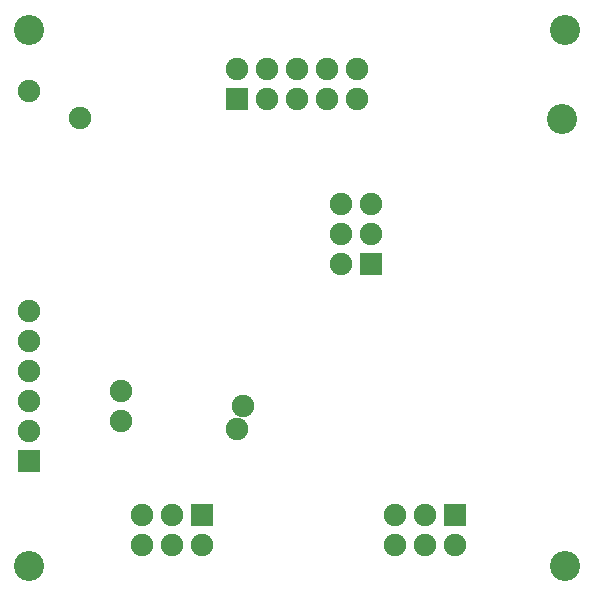
<source format=gbs>
G04 DipTrace 3.0.0.1*
G04 drive-encoder-steven-version2.GBS*
%MOIN*%
G04 #@! TF.FileFunction,Soldermask,Bot*
G04 #@! TF.Part,Single*
%ADD33C,0.1004*%
%ADD51C,0.074929*%
%ADD53R,0.074929X0.074929*%
%FSLAX26Y26*%
G04*
G70*
G90*
G75*
G01*
G04 BotMask*
%LPD*%
D33*
X475251Y2262751D3*
X2262751Y2262749D3*
Y475251D3*
X475251D3*
D53*
X475238Y825257D3*
D51*
Y925257D3*
Y1025257D3*
Y1125257D3*
Y1225257D3*
Y1325257D3*
D53*
X1050587Y644045D3*
D51*
Y544045D3*
X950587Y644045D3*
Y544045D3*
X850587Y644045D3*
Y544045D3*
D53*
X1894425Y644045D3*
D51*
Y544045D3*
X1794425Y644045D3*
Y544045D3*
X1694425Y644045D3*
Y544045D3*
D53*
X1613089Y1481597D3*
D51*
X1513089D3*
X1613089Y1581597D3*
X1513089D3*
X1613089Y1681597D3*
X1513089D3*
D53*
X1169000Y2031503D3*
D51*
Y2131503D3*
X1269000Y2031503D3*
Y2131503D3*
X1369000Y2031503D3*
Y2131503D3*
X1469000Y2031503D3*
Y2131503D3*
X1569000Y2031503D3*
Y2131503D3*
X781808Y1056588D3*
Y956577D3*
X1169349Y931575D3*
X1188101Y1006583D3*
X475526Y2056693D3*
X644294Y1969184D3*
D33*
X2250713Y1963182D3*
M02*

</source>
